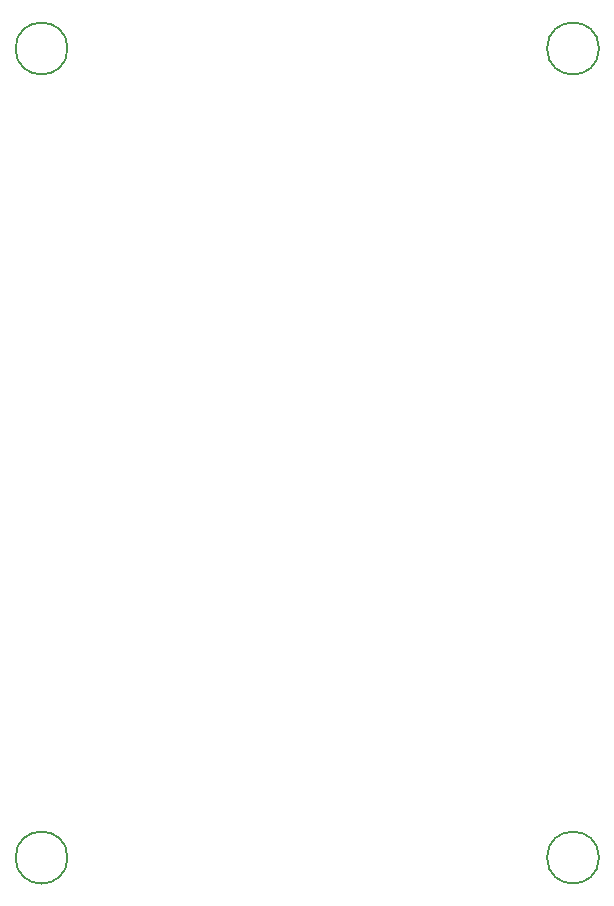
<source format=gbr>
%TF.GenerationSoftware,KiCad,Pcbnew,6.0.11-2627ca5db0~126~ubuntu22.04.1*%
%TF.CreationDate,2023-09-22T11:17:27+02:00*%
%TF.ProjectId,HB-UNI-SEN-BATT_ATMega1284P_E07-900MM10S_FUEL4EP,48422d55-4e49-42d5-9345-4e2d42415454,1.4*%
%TF.SameCoordinates,Original*%
%TF.FileFunction,Other,Comment*%
%FSLAX46Y46*%
G04 Gerber Fmt 4.6, Leading zero omitted, Abs format (unit mm)*
G04 Created by KiCad (PCBNEW 6.0.11-2627ca5db0~126~ubuntu22.04.1) date 2023-09-22 11:17:27*
%MOMM*%
%LPD*%
G01*
G04 APERTURE LIST*
%ADD10C,0.150000*%
G04 APERTURE END LIST*
D10*
%TO.C,H2*%
X62200000Y71750000D02*
G75*
G03*
X62200000Y71750000I-2200000J0D01*
G01*
%TO.C,H4*%
X62200000Y3250000D02*
G75*
G03*
X62200000Y3250000I-2200000J0D01*
G01*
%TO.C,H1*%
X17200000Y71750000D02*
G75*
G03*
X17200000Y71750000I-2200000J0D01*
G01*
%TO.C,H3*%
X17200000Y3250000D02*
G75*
G03*
X17200000Y3250000I-2200000J0D01*
G01*
%TD*%
M02*

</source>
